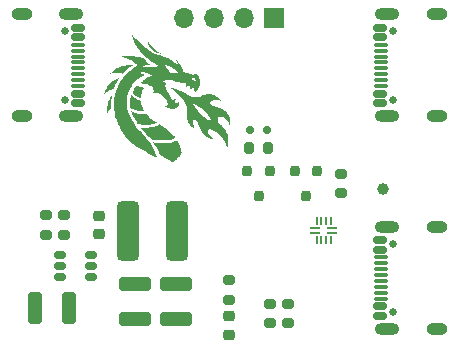
<source format=gbr>
G04 #@! TF.GenerationSoftware,KiCad,Pcbnew,8.0.8*
G04 #@! TF.CreationDate,2025-08-23T08:43:18-04:00*
G04 #@! TF.ProjectId,project-hw-usbc-mux-demux,70726f6a-6563-4742-9d68-772d75736263,rev?*
G04 #@! TF.SameCoordinates,Original*
G04 #@! TF.FileFunction,Soldermask,Top*
G04 #@! TF.FilePolarity,Negative*
%FSLAX46Y46*%
G04 Gerber Fmt 4.6, Leading zero omitted, Abs format (unit mm)*
G04 Created by KiCad (PCBNEW 8.0.8) date 2025-08-23 08:43:18*
%MOMM*%
%LPD*%
G01*
G04 APERTURE LIST*
G04 Aperture macros list*
%AMRoundRect*
0 Rectangle with rounded corners*
0 $1 Rounding radius*
0 $2 $3 $4 $5 $6 $7 $8 $9 X,Y pos of 4 corners*
0 Add a 4 corners polygon primitive as box body*
4,1,4,$2,$3,$4,$5,$6,$7,$8,$9,$2,$3,0*
0 Add four circle primitives for the rounded corners*
1,1,$1+$1,$2,$3*
1,1,$1+$1,$4,$5*
1,1,$1+$1,$6,$7*
1,1,$1+$1,$8,$9*
0 Add four rect primitives between the rounded corners*
20,1,$1+$1,$2,$3,$4,$5,0*
20,1,$1+$1,$4,$5,$6,$7,0*
20,1,$1+$1,$6,$7,$8,$9,0*
20,1,$1+$1,$8,$9,$2,$3,0*%
G04 Aperture macros list end*
%ADD10C,0.000000*%
%ADD11C,0.650000*%
%ADD12RoundRect,0.150000X0.415000X-0.150000X0.415000X0.150000X-0.415000X0.150000X-0.415000X-0.150000X0*%
%ADD13RoundRect,0.075000X0.500000X-0.075000X0.500000X0.075000X-0.500000X0.075000X-0.500000X-0.075000X0*%
%ADD14O,2.100000X1.000000*%
%ADD15O,1.800000X1.000000*%
%ADD16RoundRect,0.150000X-0.415000X0.150000X-0.415000X-0.150000X0.415000X-0.150000X0.415000X0.150000X0*%
%ADD17RoundRect,0.075000X-0.500000X0.075000X-0.500000X-0.075000X0.500000X-0.075000X0.500000X0.075000X0*%
%ADD18C,1.000000*%
%ADD19R,1.700000X1.700000*%
%ADD20O,1.700000X1.700000*%
%ADD21RoundRect,0.050000X0.375000X0.050000X-0.375000X0.050000X-0.375000X-0.050000X0.375000X-0.050000X0*%
%ADD22RoundRect,0.050000X0.050000X0.275000X-0.050000X0.275000X-0.050000X-0.275000X0.050000X-0.275000X0*%
%ADD23RoundRect,0.150000X-0.375000X-0.150000X0.375000X-0.150000X0.375000X0.150000X-0.375000X0.150000X0*%
%ADD24RoundRect,0.200000X-0.275000X0.200000X-0.275000X-0.200000X0.275000X-0.200000X0.275000X0.200000X0*%
%ADD25RoundRect,0.200000X-0.200000X-0.275000X0.200000X-0.275000X0.200000X0.275000X-0.200000X0.275000X0*%
%ADD26RoundRect,0.200000X0.275000X-0.200000X0.275000X0.200000X-0.275000X0.200000X-0.275000X-0.200000X0*%
%ADD27RoundRect,0.200000X-0.200000X0.250000X-0.200000X-0.250000X0.200000X-0.250000X0.200000X0.250000X0*%
%ADD28RoundRect,0.475000X-0.475000X-2.075000X0.475000X-2.075000X0.475000X2.075000X-0.475000X2.075000X0*%
%ADD29RoundRect,0.150000X0.150000X0.200000X-0.150000X0.200000X-0.150000X-0.200000X0.150000X-0.200000X0*%
%ADD30RoundRect,0.218750X0.256250X-0.218750X0.256250X0.218750X-0.256250X0.218750X-0.256250X-0.218750X0*%
%ADD31RoundRect,0.250000X-1.100000X0.325000X-1.100000X-0.325000X1.100000X-0.325000X1.100000X0.325000X0*%
%ADD32RoundRect,0.250000X-0.325000X-1.100000X0.325000X-1.100000X0.325000X1.100000X-0.325000X1.100000X0*%
%ADD33RoundRect,0.225000X0.250000X-0.225000X0.250000X0.225000X-0.250000X0.225000X-0.250000X-0.225000X0*%
G04 APERTURE END LIST*
D10*
G36*
X45622182Y-32373958D02*
G01*
X45648537Y-32421176D01*
X45683400Y-32489306D01*
X45723022Y-32570500D01*
X45763651Y-32656913D01*
X45801538Y-32740697D01*
X45832933Y-32814007D01*
X45835505Y-32820297D01*
X45849110Y-32858871D01*
X45867512Y-32918073D01*
X45888977Y-32991500D01*
X45911769Y-33072754D01*
X45934152Y-33155434D01*
X45954390Y-33233140D01*
X45970749Y-33299471D01*
X45981491Y-33348027D01*
X45984923Y-33371295D01*
X45975364Y-33394292D01*
X45948860Y-33436801D01*
X45908669Y-33494482D01*
X45858052Y-33562992D01*
X45800267Y-33637988D01*
X45738574Y-33715130D01*
X45676233Y-33790075D01*
X45633584Y-33839323D01*
X45599103Y-33875497D01*
X45550861Y-33922312D01*
X45493505Y-33975674D01*
X45431682Y-34031491D01*
X45370039Y-34085670D01*
X45313224Y-34134117D01*
X45265884Y-34172740D01*
X45232665Y-34197446D01*
X45219016Y-34204447D01*
X45204172Y-34196207D01*
X45167042Y-34173384D01*
X45111538Y-34138449D01*
X45041575Y-34093872D01*
X44961065Y-34042123D01*
X44928194Y-34020881D01*
X44824512Y-33954937D01*
X44710563Y-33884404D01*
X44595663Y-33814923D01*
X44489128Y-33752134D01*
X44408692Y-33706337D01*
X44329533Y-33661655D01*
X44258972Y-33620503D01*
X44202015Y-33585903D01*
X44163663Y-33560879D01*
X44149953Y-33550029D01*
X44136282Y-33527725D01*
X44112863Y-33482176D01*
X44082346Y-33418835D01*
X44047383Y-33343156D01*
X44023953Y-33290888D01*
X43950351Y-33129534D01*
X43881685Y-32990040D01*
X43813658Y-32864400D01*
X43741974Y-32744604D01*
X43677449Y-32645116D01*
X43638094Y-32585947D01*
X43606070Y-32537210D01*
X43584831Y-32504204D01*
X43577785Y-32492273D01*
X43591411Y-32493816D01*
X43626528Y-32501781D01*
X43659847Y-32510313D01*
X43763403Y-32531815D01*
X43894665Y-32548513D01*
X44054414Y-32560462D01*
X44243430Y-32567719D01*
X44462492Y-32570340D01*
X44492185Y-32570344D01*
X44621781Y-32569920D01*
X44725234Y-32568752D01*
X44807661Y-32566534D01*
X44874177Y-32562961D01*
X44929897Y-32557729D01*
X44979938Y-32550533D01*
X45029416Y-32541067D01*
X45047077Y-32537265D01*
X45179751Y-32504245D01*
X45289763Y-32467522D01*
X45385712Y-32423725D01*
X45476196Y-32369485D01*
X45477600Y-32368545D01*
X45577834Y-32301331D01*
X45622182Y-32373958D01*
G37*
G36*
X41743978Y-23372604D02*
G01*
X41774166Y-23402186D01*
X41821396Y-23448880D01*
X41883142Y-23510180D01*
X41956881Y-23583583D01*
X42040089Y-23666582D01*
X42112400Y-23738830D01*
X42263677Y-23887774D01*
X42417818Y-24035209D01*
X42571701Y-24178384D01*
X42722207Y-24314550D01*
X42866215Y-24440957D01*
X43000604Y-24554855D01*
X43122254Y-24653496D01*
X43228045Y-24734128D01*
X43295728Y-24781546D01*
X43536375Y-24925210D01*
X43796963Y-25049243D01*
X44079532Y-25154499D01*
X44386122Y-25241830D01*
X44413210Y-25248418D01*
X44586425Y-25293477D01*
X44735218Y-25340383D01*
X44866412Y-25391967D01*
X44986830Y-25451062D01*
X45103296Y-25520499D01*
X45159604Y-25558198D01*
X45228205Y-25610047D01*
X45309556Y-25678429D01*
X45395926Y-25756256D01*
X45479584Y-25836442D01*
X45552802Y-25911899D01*
X45586339Y-25949422D01*
X45627675Y-25996556D01*
X45660838Y-26032373D01*
X45681110Y-26051880D01*
X45685013Y-26053901D01*
X45685907Y-26035447D01*
X45680265Y-25994810D01*
X45669762Y-25939966D01*
X45656073Y-25878895D01*
X45640875Y-25819577D01*
X45625842Y-25769990D01*
X45624705Y-25766704D01*
X45599840Y-25707751D01*
X45569477Y-25651637D01*
X45554107Y-25628909D01*
X45526622Y-25588496D01*
X45519470Y-25567429D01*
X45529782Y-25564106D01*
X45554688Y-25576923D01*
X45591316Y-25604278D01*
X45636797Y-25644569D01*
X45688261Y-25696194D01*
X45702926Y-25711995D01*
X45817401Y-25854525D01*
X45923319Y-26020358D01*
X46016246Y-26201810D01*
X46086850Y-26377072D01*
X46110313Y-26437164D01*
X46134435Y-26487917D01*
X46154716Y-26520084D01*
X46158177Y-26523714D01*
X46184461Y-26539002D01*
X46235122Y-26561401D01*
X46304615Y-26588964D01*
X46387397Y-26619745D01*
X46477924Y-26651794D01*
X46570653Y-26683167D01*
X46660039Y-26711916D01*
X46740538Y-26736094D01*
X46806607Y-26753753D01*
X46825501Y-26758078D01*
X46946216Y-26783960D01*
X47077932Y-26733102D01*
X47209649Y-26682243D01*
X47238776Y-26719614D01*
X47265346Y-26752833D01*
X47302105Y-26797762D01*
X47326630Y-26827323D01*
X47410063Y-26933900D01*
X47470955Y-27029032D01*
X47512149Y-27119514D01*
X47536491Y-27212146D01*
X47546826Y-27313724D01*
X47547671Y-27355521D01*
X47540314Y-27485842D01*
X47519018Y-27618164D01*
X47485911Y-27744711D01*
X47443120Y-27857705D01*
X47392774Y-27949367D01*
X47380563Y-27966332D01*
X47352008Y-28001544D01*
X47311664Y-28048427D01*
X47264400Y-28101659D01*
X47215088Y-28155920D01*
X47168597Y-28205887D01*
X47129798Y-28246239D01*
X47103561Y-28271655D01*
X47095681Y-28277601D01*
X47088747Y-28265530D01*
X47081348Y-28229570D01*
X47074921Y-28177035D01*
X47074066Y-28167433D01*
X47065707Y-28102182D01*
X47052062Y-28030897D01*
X47035130Y-27961066D01*
X47016912Y-27900173D01*
X46999407Y-27855704D01*
X46985428Y-27835592D01*
X46967769Y-27840947D01*
X46932795Y-27862894D01*
X46886649Y-27897364D01*
X46862537Y-27916993D01*
X46807588Y-27961543D01*
X46755670Y-28001286D01*
X46715610Y-28029536D01*
X46706331Y-28035294D01*
X46658368Y-28063141D01*
X46690813Y-27989794D01*
X46719902Y-27888095D01*
X46718274Y-27783097D01*
X46689436Y-27681979D01*
X46669511Y-27635468D01*
X46653743Y-27603337D01*
X46646401Y-27593231D01*
X46632831Y-27603577D01*
X46603847Y-27630753D01*
X46565614Y-27668971D01*
X46564025Y-27670602D01*
X46522918Y-27709269D01*
X46474491Y-27749638D01*
X46425023Y-27787155D01*
X46380792Y-27817267D01*
X46348076Y-27835420D01*
X46333629Y-27837731D01*
X46335704Y-27821492D01*
X46347334Y-27787527D01*
X46352041Y-27775887D01*
X46372837Y-27700021D01*
X46374073Y-27625820D01*
X46356233Y-27562689D01*
X46339785Y-27537599D01*
X46320324Y-27518045D01*
X46297316Y-27504691D01*
X46263585Y-27495459D01*
X46211950Y-27488272D01*
X46148309Y-27482191D01*
X46014524Y-27469527D01*
X45904636Y-27456677D01*
X45811303Y-27442312D01*
X45727181Y-27425106D01*
X45644927Y-27403730D01*
X45557197Y-27376857D01*
X45546397Y-27373345D01*
X45354037Y-27313981D01*
X45186050Y-27269738D01*
X45039797Y-27240004D01*
X44912635Y-27224165D01*
X44898585Y-27223173D01*
X44774620Y-27221374D01*
X44666104Y-27235137D01*
X44560108Y-27266909D01*
X44476554Y-27303041D01*
X44367139Y-27355169D01*
X44431072Y-27366383D01*
X44481762Y-27380134D01*
X44535895Y-27402304D01*
X44585880Y-27428705D01*
X44624124Y-27455147D01*
X44643038Y-27477442D01*
X44643646Y-27483673D01*
X44620814Y-27605280D01*
X44611538Y-27715715D01*
X44617119Y-27820031D01*
X44638855Y-27923283D01*
X44678045Y-28030522D01*
X44735987Y-28146803D01*
X44813980Y-28277179D01*
X44869366Y-28361920D01*
X44923616Y-28444425D01*
X44981168Y-28534321D01*
X45034766Y-28620149D01*
X45073404Y-28684074D01*
X45112369Y-28748408D01*
X45149280Y-28806305D01*
X45179126Y-28850057D01*
X45192925Y-28867906D01*
X45217541Y-28891904D01*
X45241739Y-28898972D01*
X45279136Y-28892144D01*
X45289354Y-28889390D01*
X45343211Y-28870154D01*
X45401660Y-28842992D01*
X45418015Y-28834025D01*
X45484152Y-28795826D01*
X45474124Y-28847113D01*
X45463963Y-28888139D01*
X45447055Y-28945958D01*
X45427525Y-29006646D01*
X45406097Y-29071897D01*
X45395217Y-29114154D01*
X45395014Y-29139899D01*
X45405617Y-29155611D01*
X45427156Y-29167771D01*
X45430767Y-29169430D01*
X45509783Y-29189225D01*
X45590982Y-29178620D01*
X45672244Y-29138180D01*
X45731093Y-29089456D01*
X45797694Y-29024419D01*
X45788587Y-29102087D01*
X45772147Y-29215404D01*
X45751799Y-29303500D01*
X45725999Y-29372326D01*
X45711385Y-29399994D01*
X45639515Y-29492176D01*
X45543002Y-29567318D01*
X45424382Y-29623827D01*
X45301764Y-29657257D01*
X45192108Y-29666424D01*
X45067820Y-29656949D01*
X44937848Y-29630716D01*
X44811137Y-29589611D01*
X44696636Y-29535517D01*
X44681385Y-29526591D01*
X44596333Y-29475356D01*
X44673292Y-29448023D01*
X44735675Y-29419456D01*
X44774071Y-29383087D01*
X44792347Y-29332288D01*
X44794369Y-29260434D01*
X44793140Y-29242654D01*
X44770351Y-29128201D01*
X44721266Y-29006307D01*
X44648499Y-28881422D01*
X44554667Y-28757997D01*
X44442384Y-28640483D01*
X44435709Y-28634266D01*
X44291614Y-28521648D01*
X44132373Y-28436095D01*
X43959364Y-28378131D01*
X43773961Y-28348282D01*
X43675076Y-28344053D01*
X43561351Y-28343508D01*
X43588116Y-28292708D01*
X43609080Y-28228084D01*
X43616784Y-28147369D01*
X43611511Y-28062649D01*
X43593543Y-27986009D01*
X43580238Y-27955158D01*
X43517298Y-27861603D01*
X43433012Y-27780333D01*
X43325852Y-27710637D01*
X43194286Y-27651800D01*
X43036787Y-27603108D01*
X42851824Y-27563849D01*
X42689059Y-27539514D01*
X42618097Y-27529964D01*
X42559299Y-27521067D01*
X42519150Y-27513870D01*
X42504280Y-27509674D01*
X42508621Y-27493495D01*
X42531566Y-27461118D01*
X42568599Y-27417386D01*
X42615202Y-27367142D01*
X42666860Y-27315231D01*
X42719057Y-27266495D01*
X42767275Y-27225778D01*
X42773489Y-27220965D01*
X42883130Y-27142810D01*
X42917499Y-27121135D01*
X46813413Y-27121135D01*
X46826581Y-27132947D01*
X46860009Y-27150644D01*
X46882918Y-27160681D01*
X46948547Y-27196012D01*
X47014634Y-27245435D01*
X47072411Y-27301170D01*
X47113106Y-27355435D01*
X47121623Y-27372476D01*
X47140364Y-27405120D01*
X47155756Y-27407952D01*
X47166727Y-27382337D01*
X47172205Y-27329643D01*
X47172623Y-27307468D01*
X47162628Y-27215978D01*
X47132769Y-27146375D01*
X47084214Y-27100159D01*
X47018131Y-27078828D01*
X46993538Y-27077503D01*
X46943640Y-27080950D01*
X46891737Y-27089678D01*
X46847027Y-27101459D01*
X46818709Y-27114065D01*
X46813413Y-27121135D01*
X42917499Y-27121135D01*
X43001636Y-27068073D01*
X43120947Y-27001282D01*
X43233001Y-26946968D01*
X43324689Y-26911277D01*
X43386747Y-26890491D01*
X43423175Y-26875967D01*
X43438283Y-26864984D01*
X43436383Y-26854820D01*
X43427109Y-26846635D01*
X43367590Y-26809565D01*
X43283252Y-26767758D01*
X43179781Y-26723313D01*
X43062862Y-26678330D01*
X42938181Y-26634907D01*
X42811424Y-26595144D01*
X42688276Y-26561140D01*
X42594055Y-26539044D01*
X42525493Y-26525069D01*
X42469788Y-26514754D01*
X42433009Y-26509152D01*
X42421108Y-26509039D01*
X42433182Y-26525834D01*
X42465887Y-26556101D01*
X42513945Y-26595819D01*
X42572079Y-26640967D01*
X42635013Y-26687521D01*
X42697469Y-26731460D01*
X42754171Y-26768761D01*
X42789481Y-26789815D01*
X42848461Y-26822644D01*
X42669954Y-26909201D01*
X42512065Y-26991322D01*
X42375370Y-27075717D01*
X42250142Y-27169244D01*
X42126652Y-27278763D01*
X42076644Y-27327508D01*
X41902802Y-27521571D01*
X41749017Y-27735783D01*
X41616815Y-27966295D01*
X41507726Y-28209258D01*
X41423277Y-28460824D01*
X41364996Y-28717145D01*
X41334413Y-28974371D01*
X41331820Y-29203200D01*
X41343967Y-29379037D01*
X41364934Y-29558700D01*
X41393067Y-29730098D01*
X41422427Y-29864459D01*
X41459492Y-29986196D01*
X41512898Y-30126004D01*
X41579401Y-30277591D01*
X41655755Y-30434665D01*
X41738715Y-30590932D01*
X41825037Y-30740100D01*
X41911475Y-30875875D01*
X41994783Y-30991965D01*
X42020462Y-31024185D01*
X42081174Y-31097004D01*
X42156577Y-31185843D01*
X42240441Y-31283494D01*
X42326536Y-31382749D01*
X42408631Y-31476400D01*
X42480495Y-31557238D01*
X42498246Y-31576939D01*
X42629063Y-31722196D01*
X42741300Y-31848430D01*
X42837918Y-31959277D01*
X42921876Y-32058373D01*
X42996135Y-32149351D01*
X43063653Y-32235847D01*
X43127390Y-32321497D01*
X43190306Y-32409936D01*
X43255361Y-32504799D01*
X43263544Y-32516923D01*
X43366576Y-32671624D01*
X43452896Y-32805490D01*
X43524834Y-32922483D01*
X43584720Y-33026562D01*
X43634883Y-33121688D01*
X43677654Y-33211819D01*
X43693035Y-33246942D01*
X43718499Y-33308498D01*
X43747483Y-33381878D01*
X43778031Y-33461713D01*
X43808183Y-33542634D01*
X43835982Y-33619270D01*
X43859469Y-33686251D01*
X43876685Y-33738208D01*
X43885673Y-33769770D01*
X43886248Y-33776748D01*
X43870776Y-33772915D01*
X43833087Y-33758444D01*
X43779344Y-33735808D01*
X43733046Y-33715335D01*
X43580577Y-33644044D01*
X43410715Y-33560057D01*
X43229248Y-33466552D01*
X43041966Y-33366711D01*
X42854655Y-33263714D01*
X42673106Y-33160741D01*
X42503106Y-33060973D01*
X42350444Y-32967591D01*
X42226920Y-32887804D01*
X42051526Y-32766800D01*
X41894287Y-32649707D01*
X41750672Y-32532122D01*
X41616146Y-32409645D01*
X41486179Y-32277873D01*
X41356235Y-32132405D01*
X41221784Y-31968840D01*
X41078291Y-31782775D01*
X41049806Y-31744750D01*
X40878598Y-31493140D01*
X40723242Y-31220241D01*
X40586281Y-30932115D01*
X40470258Y-30634823D01*
X40377715Y-30334428D01*
X40311197Y-30036992D01*
X40296765Y-29949701D01*
X40269632Y-29753759D01*
X40251481Y-29581457D01*
X40241950Y-29426602D01*
X40240678Y-29283000D01*
X40247303Y-29144459D01*
X40248732Y-29126420D01*
X40266555Y-28952564D01*
X40291423Y-28770803D01*
X40322031Y-28587814D01*
X40357076Y-28410275D01*
X40395254Y-28244863D01*
X40435261Y-28098257D01*
X40470314Y-27991816D01*
X40506793Y-27900532D01*
X40554831Y-27792435D01*
X40610601Y-27675148D01*
X40670275Y-27556290D01*
X40730023Y-27443485D01*
X40786017Y-27344351D01*
X40834430Y-27266512D01*
X40835327Y-27265177D01*
X40992432Y-27052318D01*
X41174862Y-26840928D01*
X41376927Y-26636398D01*
X41592940Y-26444124D01*
X41817210Y-26269497D01*
X42044048Y-26117910D01*
X42048348Y-26115287D01*
X42113460Y-26075325D01*
X42156219Y-26047139D01*
X42180979Y-26026256D01*
X42192095Y-26008204D01*
X42193919Y-25988509D01*
X42191560Y-25968168D01*
X42170454Y-25915991D01*
X42122452Y-25856567D01*
X42050585Y-25791688D01*
X41957885Y-25723142D01*
X41847383Y-25652721D01*
X41722109Y-25582214D01*
X41585096Y-25513413D01*
X41439374Y-25448106D01*
X41287974Y-25388084D01*
X41133928Y-25335138D01*
X41103973Y-25325831D01*
X41015272Y-25298751D01*
X40954447Y-25279198D01*
X40919599Y-25265175D01*
X40908828Y-25254685D01*
X40920235Y-25245732D01*
X40951920Y-25236319D01*
X41001983Y-25224448D01*
X41006523Y-25223380D01*
X41052409Y-25213644D01*
X41099891Y-25206306D01*
X41154118Y-25201076D01*
X41220241Y-25197666D01*
X41303409Y-25195788D01*
X41408773Y-25195151D01*
X41506708Y-25195319D01*
X41881847Y-25196731D01*
X42314786Y-25284210D01*
X42428199Y-25307461D01*
X42532514Y-25329484D01*
X42623526Y-25349340D01*
X42697026Y-25366091D01*
X42748808Y-25378797D01*
X42774666Y-25386521D01*
X42775893Y-25387104D01*
X42809534Y-25412697D01*
X42855731Y-25457521D01*
X42908767Y-25515444D01*
X42962928Y-25580328D01*
X42996343Y-25623754D01*
X43077266Y-25727232D01*
X43149969Y-25807398D01*
X43219156Y-25869406D01*
X43224051Y-25873247D01*
X43250655Y-25894139D01*
X43265396Y-25909321D01*
X43264983Y-25920910D01*
X43246127Y-25931024D01*
X43205537Y-25941780D01*
X43139923Y-25955294D01*
X43077600Y-25967478D01*
X42999577Y-25984643D01*
X42903284Y-26008683D01*
X42800117Y-26036610D01*
X42701471Y-26065436D01*
X42686831Y-26069944D01*
X42602462Y-26096365D01*
X42545689Y-26114916D01*
X42514161Y-26126688D01*
X42505526Y-26132776D01*
X42517433Y-26134273D01*
X42547528Y-26132271D01*
X42553970Y-26131690D01*
X42595134Y-26128995D01*
X42663240Y-26125815D01*
X42753975Y-26122271D01*
X42863026Y-26118481D01*
X42986079Y-26114566D01*
X43118819Y-26110644D01*
X43256935Y-26106837D01*
X43396113Y-26103262D01*
X43532039Y-26100040D01*
X43660399Y-26097291D01*
X43776880Y-26095134D01*
X43877169Y-26093688D01*
X43945108Y-26093114D01*
X44163939Y-26092151D01*
X44036886Y-26040617D01*
X43916619Y-25985010D01*
X43820439Y-25932296D01*
X44500000Y-25932296D01*
X44509909Y-25948885D01*
X44536786Y-25983169D01*
X44576356Y-26029908D01*
X44617520Y-26076337D01*
X44676473Y-26144909D01*
X44737226Y-26221123D01*
X44790465Y-26293078D01*
X44812409Y-26325353D01*
X44881127Y-26430359D01*
X44936791Y-26511872D01*
X44983203Y-26572730D01*
X45024164Y-26615770D01*
X45063475Y-26643826D01*
X45104937Y-26659738D01*
X45152352Y-26666340D01*
X45209521Y-26666469D01*
X45265908Y-26663759D01*
X45346184Y-26660227D01*
X45443252Y-26657303D01*
X45542647Y-26655371D01*
X45601970Y-26654829D01*
X45789539Y-26654112D01*
X45670101Y-26540238D01*
X45583958Y-26464954D01*
X45477044Y-26382226D01*
X45357096Y-26297434D01*
X45231854Y-26215960D01*
X45109055Y-26143184D01*
X45062708Y-26117902D01*
X44995102Y-26084778D01*
X44917288Y-26051019D01*
X44834186Y-26018249D01*
X44750716Y-25988091D01*
X44671800Y-25962168D01*
X44602359Y-25942103D01*
X44547313Y-25929519D01*
X44511582Y-25926039D01*
X44500000Y-25932296D01*
X43820439Y-25932296D01*
X43780233Y-25910260D01*
X43632958Y-25820060D01*
X43480025Y-25718104D01*
X43326664Y-25608083D01*
X43178106Y-25493693D01*
X43039582Y-25378624D01*
X42916322Y-25266570D01*
X42856839Y-25207469D01*
X42755517Y-25100640D01*
X42651039Y-24986392D01*
X42547335Y-24869332D01*
X42448337Y-24754069D01*
X42357975Y-24645210D01*
X42280181Y-24547364D01*
X42218886Y-24465137D01*
X42199180Y-24436625D01*
X42063957Y-24210911D01*
X41943382Y-23959363D01*
X41836947Y-23680901D01*
X41820283Y-23630995D01*
X41792396Y-23545653D01*
X41768218Y-23471382D01*
X41749296Y-23412950D01*
X41737174Y-23375127D01*
X41733354Y-23362639D01*
X41743978Y-23372604D01*
G37*
G36*
X45116207Y-27879662D02*
G01*
X45165170Y-27893587D01*
X45231677Y-27914395D01*
X45309834Y-27940124D01*
X45393747Y-27968813D01*
X45477522Y-27998498D01*
X45555263Y-28027216D01*
X45594154Y-28042219D01*
X45718488Y-28093295D01*
X45839437Y-28147819D01*
X45964033Y-28209279D01*
X46099304Y-28281162D01*
X46252282Y-28366954D01*
X46274093Y-28379458D01*
X46392353Y-28446377D01*
X46490566Y-28499215D01*
X46574981Y-28540796D01*
X46651847Y-28573944D01*
X46727413Y-28601482D01*
X46807928Y-28626233D01*
X46840166Y-28635235D01*
X46912362Y-28653606D01*
X46976057Y-28665845D01*
X47041517Y-28673152D01*
X47119012Y-28676725D01*
X47204123Y-28677728D01*
X47269330Y-28677939D01*
X47322441Y-28677300D01*
X47368312Y-28674607D01*
X47411800Y-28668658D01*
X47457762Y-28658250D01*
X47511054Y-28642178D01*
X47576532Y-28619239D01*
X47659053Y-28588231D01*
X47763474Y-28547949D01*
X47826620Y-28523488D01*
X47937347Y-28483781D01*
X48033525Y-28457797D01*
X48126947Y-28443624D01*
X48229405Y-28439348D01*
X48329539Y-28441936D01*
X48466384Y-28454612D01*
X48594883Y-28481352D01*
X48724606Y-28524844D01*
X48865119Y-28587776D01*
X48886218Y-28598302D01*
X48954755Y-28636769D01*
X49029692Y-28685328D01*
X49106507Y-28740276D01*
X49180673Y-28797913D01*
X49247667Y-28854537D01*
X49302962Y-28906447D01*
X49342035Y-28949941D01*
X49360360Y-28981318D01*
X49361170Y-28986823D01*
X49358406Y-29000914D01*
X49345771Y-29003290D01*
X49316752Y-28993104D01*
X49279108Y-28976151D01*
X49184550Y-28939457D01*
X49086711Y-28917376D01*
X48976535Y-28908486D01*
X48860985Y-28910505D01*
X48719480Y-28925420D01*
X48603960Y-28955014D01*
X48512480Y-28999929D01*
X48459953Y-29042566D01*
X48411425Y-29103968D01*
X48393192Y-29162774D01*
X48405318Y-29221849D01*
X48447868Y-29284060D01*
X48465813Y-29303002D01*
X48539178Y-29361394D01*
X48638096Y-29414754D01*
X48764253Y-29463809D01*
X48919335Y-29509289D01*
X48975338Y-29523204D01*
X49153049Y-29570513D01*
X49304643Y-29622031D01*
X49435218Y-29680290D01*
X49549872Y-29747821D01*
X49653706Y-29827157D01*
X49729112Y-29897501D01*
X49838773Y-30019430D01*
X49924310Y-30142781D01*
X49989847Y-30275368D01*
X50039506Y-30425007D01*
X50065051Y-30534271D01*
X50076776Y-30605550D01*
X50085969Y-30688194D01*
X50092397Y-30775502D01*
X50095828Y-30860770D01*
X50096028Y-30937295D01*
X50092765Y-30998377D01*
X50085806Y-31037312D01*
X50082746Y-31044023D01*
X50071273Y-31040992D01*
X50052361Y-31008943D01*
X50026665Y-30949054D01*
X50019445Y-30930363D01*
X49953181Y-30793702D01*
X49864189Y-30667411D01*
X49757070Y-30555539D01*
X49636421Y-30462135D01*
X49506840Y-30391245D01*
X49372927Y-30346920D01*
X49351881Y-30342651D01*
X49247415Y-30332099D01*
X49162489Y-30343539D01*
X49093773Y-30377649D01*
X49067229Y-30400599D01*
X49038054Y-30431743D01*
X49022693Y-30458228D01*
X49017624Y-30491403D01*
X49019326Y-30542616D01*
X49019969Y-30552892D01*
X49030823Y-30623699D01*
X49055725Y-30695714D01*
X49096815Y-30772270D01*
X49156227Y-30856703D01*
X49236100Y-30952347D01*
X49338569Y-31062537D01*
X49362055Y-31086708D01*
X49433080Y-31160843D01*
X49502727Y-31236185D01*
X49565360Y-31306447D01*
X49615341Y-31365343D01*
X49639598Y-31396195D01*
X49708662Y-31500358D01*
X49775852Y-31621632D01*
X49835299Y-31748187D01*
X49881136Y-31868191D01*
X49893123Y-31907323D01*
X49915238Y-32012457D01*
X49929745Y-32138393D01*
X49936290Y-32275525D01*
X49934517Y-32414246D01*
X49924070Y-32544951D01*
X49918263Y-32587262D01*
X49904910Y-32662814D01*
X49888290Y-32741296D01*
X49870015Y-32816715D01*
X49851695Y-32883077D01*
X49834943Y-32934386D01*
X49821370Y-32964650D01*
X49815304Y-32970216D01*
X49808287Y-32955943D01*
X49797673Y-32917637D01*
X49785213Y-32862064D01*
X49778332Y-32827252D01*
X49747795Y-32699996D01*
X49704103Y-32577549D01*
X49644719Y-32455228D01*
X49567105Y-32328351D01*
X49468723Y-32192237D01*
X49363136Y-32061316D01*
X49216519Y-31902610D01*
X49058497Y-31764359D01*
X48883080Y-31642000D01*
X48684282Y-31530973D01*
X48635205Y-31506841D01*
X48522252Y-31456251D01*
X48431712Y-31424730D01*
X48361152Y-31412369D01*
X48308142Y-31419261D01*
X48270248Y-31445501D01*
X48245039Y-31491180D01*
X48236262Y-31522089D01*
X48231770Y-31607565D01*
X48251967Y-31703397D01*
X48294101Y-31804963D01*
X48355418Y-31907647D01*
X48433166Y-32006828D01*
X48524592Y-32097888D01*
X48625579Y-32175307D01*
X48678632Y-32210869D01*
X48719741Y-32239330D01*
X48743422Y-32256844D01*
X48746992Y-32260491D01*
X48731124Y-32259934D01*
X48692945Y-32255767D01*
X48646321Y-32249654D01*
X48486421Y-32214011D01*
X48320081Y-32151936D01*
X48152641Y-32065955D01*
X47989443Y-31958591D01*
X47924273Y-31908393D01*
X47844482Y-31831184D01*
X47761998Y-31727531D01*
X47679399Y-31601802D01*
X47599268Y-31458367D01*
X47524183Y-31301594D01*
X47456726Y-31135852D01*
X47438950Y-31086708D01*
X47383383Y-30936634D01*
X47331672Y-30815238D01*
X47282235Y-30720413D01*
X47233486Y-30650054D01*
X47183843Y-30602053D01*
X47131721Y-30574305D01*
X47075537Y-30564703D01*
X47047307Y-30565856D01*
X46993787Y-30584911D01*
X46955538Y-30627726D01*
X46932406Y-30690871D01*
X46924239Y-30770913D01*
X46930880Y-30864424D01*
X46952176Y-30967972D01*
X46987974Y-31078126D01*
X47038118Y-31191456D01*
X47078758Y-31265921D01*
X47103956Y-31309994D01*
X47121084Y-31342514D01*
X47125970Y-31354604D01*
X47113998Y-31353032D01*
X47081656Y-31336901D01*
X47034307Y-31309403D01*
X46977311Y-31273733D01*
X46916029Y-31233085D01*
X46880385Y-31208309D01*
X46765970Y-31115765D01*
X46671861Y-31012712D01*
X46593946Y-30893376D01*
X46528113Y-30751978D01*
X46498773Y-30672166D01*
X46448111Y-30524000D01*
X46437278Y-30055077D01*
X46433982Y-29919064D01*
X46430820Y-29809769D01*
X46427416Y-29722653D01*
X46423396Y-29653177D01*
X46418388Y-29596802D01*
X46412017Y-29548989D01*
X46403909Y-29505198D01*
X46393691Y-29460890D01*
X46385789Y-29429847D01*
X46339418Y-29286334D01*
X46304752Y-29205415D01*
X46899714Y-29205415D01*
X46906468Y-29219587D01*
X46929869Y-29254896D01*
X46967295Y-29307864D01*
X47016126Y-29375011D01*
X47073741Y-29452856D01*
X47137518Y-29537920D01*
X47204836Y-29626723D01*
X47273075Y-29715785D01*
X47339613Y-29801626D01*
X47401829Y-29880766D01*
X47457103Y-29949726D01*
X47494900Y-29995628D01*
X47660489Y-30176271D01*
X47837953Y-30338322D01*
X48023002Y-30478440D01*
X48211343Y-30593283D01*
X48345170Y-30657841D01*
X48405750Y-30683282D01*
X48443157Y-30697405D01*
X48462710Y-30701763D01*
X48469727Y-30697904D01*
X48470216Y-30694287D01*
X48464297Y-30656633D01*
X48448554Y-30599396D01*
X48426006Y-30531495D01*
X48399672Y-30461848D01*
X48372571Y-30399375D01*
X48365405Y-30384677D01*
X48253544Y-30188251D01*
X48125548Y-30013766D01*
X47977685Y-29857212D01*
X47806224Y-29714579D01*
X47633358Y-29597702D01*
X47581807Y-29566915D01*
X47514419Y-29528298D01*
X47435466Y-29484136D01*
X47349220Y-29436712D01*
X47259952Y-29388310D01*
X47171933Y-29341214D01*
X47089434Y-29297708D01*
X47016728Y-29260075D01*
X46958084Y-29230601D01*
X46917776Y-29211568D01*
X46900073Y-29205262D01*
X46899714Y-29205415D01*
X46304752Y-29205415D01*
X46274999Y-29135963D01*
X46198449Y-28990998D01*
X46115691Y-28863704D01*
X46106627Y-28851525D01*
X46033807Y-28762312D01*
X45941801Y-28662410D01*
X45829371Y-28550657D01*
X45695284Y-28425889D01*
X45538302Y-28286942D01*
X45357190Y-28132652D01*
X45237082Y-28032772D01*
X45164203Y-27971507D01*
X45114686Y-27926957D01*
X45086774Y-27897226D01*
X45078713Y-27880416D01*
X45088748Y-27874630D01*
X45090683Y-27874585D01*
X45116207Y-27879662D01*
G37*
G36*
X44107335Y-30993544D02*
G01*
X44153008Y-31016952D01*
X44215140Y-31052480D01*
X44289118Y-31097275D01*
X44370328Y-31148485D01*
X44454161Y-31203260D01*
X44536002Y-31258747D01*
X44609416Y-31310765D01*
X44864842Y-31510980D01*
X45114796Y-31734973D01*
X45251662Y-31870545D01*
X45325907Y-31947136D01*
X45380000Y-32004887D01*
X45415562Y-32047392D01*
X45434216Y-32078242D01*
X45437584Y-32101029D01*
X45427289Y-32119346D01*
X45404952Y-32136784D01*
X45379105Y-32152756D01*
X45228278Y-32227740D01*
X45054044Y-32284445D01*
X44855266Y-32323224D01*
X44813026Y-32328791D01*
X44747200Y-32334335D01*
X44656625Y-32338424D01*
X44547776Y-32341057D01*
X44427132Y-32342232D01*
X44301170Y-32341948D01*
X44176367Y-32340204D01*
X44059201Y-32336997D01*
X43956150Y-32332326D01*
X43906031Y-32328995D01*
X43793728Y-32318671D01*
X43685938Y-32305687D01*
X43589829Y-32291098D01*
X43512571Y-32275959D01*
X43472296Y-32265199D01*
X43429479Y-32239939D01*
X43374618Y-32187640D01*
X43323975Y-32128856D01*
X43287066Y-32085450D01*
X43232426Y-32023838D01*
X43164002Y-31948341D01*
X43085741Y-31863277D01*
X43001588Y-31772965D01*
X42915492Y-31681726D01*
X42913648Y-31679786D01*
X42808660Y-31568600D01*
X42724378Y-31477635D01*
X42659312Y-31405100D01*
X42611972Y-31349205D01*
X42580867Y-31308158D01*
X42564505Y-31280169D01*
X42561397Y-31263446D01*
X42563699Y-31259338D01*
X42581294Y-31257856D01*
X42622966Y-31259611D01*
X42681742Y-31264207D01*
X42726543Y-31268606D01*
X42853784Y-31276576D01*
X42999642Y-31276698D01*
X43152594Y-31269438D01*
X43301122Y-31255261D01*
X43395710Y-31241570D01*
X43521118Y-31215786D01*
X43647339Y-31181756D01*
X43767590Y-31141889D01*
X43875088Y-31098590D01*
X43963048Y-31054268D01*
X44009693Y-31023672D01*
X44047194Y-30999045D01*
X44077482Y-30985825D01*
X44082732Y-30985108D01*
X44107335Y-30993544D01*
G37*
G36*
X41739367Y-29883271D02*
G01*
X41778537Y-29896301D01*
X41834740Y-29917360D01*
X41902106Y-29944349D01*
X41902247Y-29944407D01*
X42110334Y-30020487D01*
X42313088Y-30075611D01*
X42506637Y-30109093D01*
X42687112Y-30120243D01*
X42836056Y-30110492D01*
X42982467Y-30090391D01*
X43127726Y-30238335D01*
X43221681Y-30329759D01*
X43319148Y-30415271D01*
X43426439Y-30499874D01*
X43549863Y-30588569D01*
X43680408Y-30676323D01*
X43759022Y-30728334D01*
X43813756Y-30766657D01*
X43846991Y-30794565D01*
X43861106Y-30815331D01*
X43858483Y-30832228D01*
X43841501Y-30848527D01*
X43817303Y-30864516D01*
X43746896Y-30900363D01*
X43652289Y-30935969D01*
X43540471Y-30968970D01*
X43437312Y-30993162D01*
X43377110Y-31002313D01*
X43293394Y-31010468D01*
X43193903Y-31017294D01*
X43086377Y-31022456D01*
X42978557Y-31025621D01*
X42878182Y-31026455D01*
X42792992Y-31024624D01*
X42757170Y-31022500D01*
X42661073Y-31013310D01*
X42557846Y-31000770D01*
X42459389Y-30986492D01*
X42377605Y-30972090D01*
X42362956Y-30969049D01*
X42323502Y-30959275D01*
X42294096Y-30946310D01*
X42267881Y-30924443D01*
X42238000Y-30887962D01*
X42197846Y-30831512D01*
X42011477Y-30537915D01*
X41865345Y-30258521D01*
X41824392Y-30168792D01*
X41787950Y-30083451D01*
X41757799Y-30007229D01*
X41735719Y-29944858D01*
X41723490Y-29901072D01*
X41722892Y-29880600D01*
X41723099Y-29880369D01*
X41739367Y-29883271D01*
G37*
G36*
X40075625Y-28569618D02*
G01*
X40079081Y-28587710D01*
X40074425Y-28625526D01*
X40068530Y-28651791D01*
X40051112Y-28734792D01*
X40034676Y-28841756D01*
X40019941Y-28965388D01*
X40007631Y-29098391D01*
X39998466Y-29233467D01*
X39993169Y-29363322D01*
X39992200Y-29423455D01*
X39990523Y-29682787D01*
X39924763Y-29709988D01*
X39846382Y-29758481D01*
X39778704Y-29832517D01*
X39726098Y-29927023D01*
X39716271Y-29951994D01*
X39697722Y-30000651D01*
X39683090Y-30034986D01*
X39675814Y-30047262D01*
X39673845Y-30032521D01*
X39672169Y-29991856D01*
X39670913Y-29930606D01*
X39670204Y-29854108D01*
X39670093Y-29807010D01*
X39680165Y-29557325D01*
X39710940Y-29327799D01*
X39763252Y-29114450D01*
X39837938Y-28913299D01*
X39874011Y-28835877D01*
X39908374Y-28772452D01*
X39947658Y-28709622D01*
X39987893Y-28652629D01*
X40025108Y-28606718D01*
X40055332Y-28577134D01*
X40074594Y-28569120D01*
X40075625Y-28569618D01*
G37*
G36*
X41731158Y-28452167D02*
G01*
X41754048Y-28477217D01*
X41765737Y-28494764D01*
X41818963Y-28574283D01*
X41875454Y-28639487D01*
X41943697Y-28698792D01*
X42032184Y-28760618D01*
X42037009Y-28763744D01*
X42174190Y-28847947D01*
X42294971Y-28912906D01*
X42397013Y-28957407D01*
X42433017Y-28969494D01*
X42476607Y-28985328D01*
X42506936Y-29001411D01*
X42512454Y-29006438D01*
X42520697Y-29029171D01*
X42531021Y-29074137D01*
X42541477Y-29132570D01*
X42543677Y-29146871D01*
X42562162Y-29239931D01*
X42591016Y-29348439D01*
X42627147Y-29463263D01*
X42667465Y-29575270D01*
X42708877Y-29675327D01*
X42748292Y-29754302D01*
X42750722Y-29758508D01*
X42778623Y-29809729D01*
X42797372Y-29851019D01*
X42803643Y-29874855D01*
X42803067Y-29876933D01*
X42782769Y-29884486D01*
X42737965Y-29888169D01*
X42675164Y-29888040D01*
X42600873Y-29884158D01*
X42521601Y-29876580D01*
X42502713Y-29874239D01*
X42381045Y-29854010D01*
X42255998Y-29825271D01*
X42131799Y-29789729D01*
X42012677Y-29749090D01*
X41902862Y-29705062D01*
X41806581Y-29659353D01*
X41728064Y-29613668D01*
X41671539Y-29569716D01*
X41641235Y-29529203D01*
X41639999Y-29525958D01*
X41629575Y-29478679D01*
X41621354Y-29407333D01*
X41615530Y-29319051D01*
X41612303Y-29220962D01*
X41611869Y-29120199D01*
X41614425Y-29023891D01*
X41620169Y-28939169D01*
X41623045Y-28912961D01*
X41635080Y-28825771D01*
X41649551Y-28735765D01*
X41665291Y-28648766D01*
X41681133Y-28570599D01*
X41695911Y-28507087D01*
X41708459Y-28464054D01*
X41716106Y-28448289D01*
X41731158Y-28452167D01*
G37*
G36*
X42201827Y-27680351D02*
G01*
X42204695Y-27682536D01*
X42265729Y-27722239D01*
X42350789Y-27762183D01*
X42452766Y-27799780D01*
X42564552Y-27832439D01*
X42679039Y-27857570D01*
X42690739Y-27859634D01*
X42743310Y-27869660D01*
X42781109Y-27878734D01*
X42796225Y-27884946D01*
X42796247Y-27885096D01*
X42788115Y-27900970D01*
X42767200Y-27934019D01*
X42748265Y-27962138D01*
X42703967Y-28037785D01*
X42659042Y-28134365D01*
X42617743Y-28241931D01*
X42588180Y-28336331D01*
X42576525Y-28384925D01*
X42562867Y-28451728D01*
X42548651Y-28528352D01*
X42535320Y-28606410D01*
X42524317Y-28677512D01*
X42517086Y-28733270D01*
X42514985Y-28761631D01*
X42513011Y-28774396D01*
X42502978Y-28778500D01*
X42478483Y-28773275D01*
X42433122Y-28758050D01*
X42413293Y-28751007D01*
X42249876Y-28682133D01*
X42106839Y-28600068D01*
X41988050Y-28507250D01*
X41928271Y-28445368D01*
X41887799Y-28394871D01*
X41865375Y-28356659D01*
X41856402Y-28321465D01*
X41855548Y-28298792D01*
X41865370Y-28232496D01*
X41891091Y-28148598D01*
X41929372Y-28054139D01*
X41976878Y-27956160D01*
X42030271Y-27861702D01*
X42086215Y-27777806D01*
X42125983Y-27728141D01*
X42161103Y-27691500D01*
X42184321Y-27676765D01*
X42201827Y-27680351D01*
G37*
G36*
X40725368Y-27041599D02*
G01*
X40693465Y-27086713D01*
X40662924Y-27124308D01*
X40614444Y-27187355D01*
X40557968Y-27275262D01*
X40495982Y-27383436D01*
X40430972Y-27507287D01*
X40365425Y-27642223D01*
X40301826Y-27783650D01*
X40286356Y-27819877D01*
X40251193Y-27901936D01*
X40224306Y-27959412D01*
X40202200Y-27996684D01*
X40181379Y-28018130D01*
X40158350Y-28028128D01*
X40129618Y-28031057D01*
X40117680Y-28031222D01*
X40036013Y-28042223D01*
X39939136Y-28072272D01*
X39833666Y-28118036D01*
X39726220Y-28176184D01*
X39623415Y-28243386D01*
X39531868Y-28316308D01*
X39508501Y-28337925D01*
X39463270Y-28379738D01*
X39435723Y-28400493D01*
X39422513Y-28402262D01*
X39420000Y-28392699D01*
X39427960Y-28336918D01*
X39450016Y-28261014D01*
X39483432Y-28171210D01*
X39525475Y-28073727D01*
X39573408Y-27974787D01*
X39624498Y-27880611D01*
X39676009Y-27797421D01*
X39691550Y-27774956D01*
X39784232Y-27660941D01*
X39900819Y-27542579D01*
X40035264Y-27424474D01*
X40181519Y-27311230D01*
X40333535Y-27207450D01*
X40485267Y-27117739D01*
X40630665Y-27046700D01*
X40668776Y-27031034D01*
X40753060Y-26997966D01*
X40725368Y-27041599D01*
G37*
G36*
X41709908Y-25968359D02*
G01*
X41850585Y-25968902D01*
X41795877Y-26016001D01*
X41761160Y-26043548D01*
X41707902Y-26083034D01*
X41643557Y-26129034D01*
X41580224Y-26172957D01*
X41457932Y-26259079D01*
X41352069Y-26340281D01*
X41251910Y-26425371D01*
X41146730Y-26523157D01*
X41107786Y-26560994D01*
X41055907Y-26610764D01*
X41011660Y-26651216D01*
X40979998Y-26677949D01*
X40966273Y-26686647D01*
X40945277Y-26681300D01*
X40905608Y-26667566D01*
X40874027Y-26655529D01*
X40773663Y-26626578D01*
X40651378Y-26608664D01*
X40514742Y-26602463D01*
X40371329Y-26608652D01*
X40360287Y-26609655D01*
X40266365Y-26620291D01*
X40175776Y-26633733D01*
X40094771Y-26648761D01*
X40029599Y-26664156D01*
X39986511Y-26678698D01*
X39975976Y-26684650D01*
X39947339Y-26700752D01*
X39930466Y-26707729D01*
X39927515Y-26701886D01*
X39943081Y-26677768D01*
X39974081Y-26639699D01*
X39998347Y-26612463D01*
X40153628Y-26465896D01*
X40331877Y-26339822D01*
X40531767Y-26235059D01*
X40734374Y-26157968D01*
X40956295Y-26092130D01*
X41168021Y-26039462D01*
X41365501Y-26000752D01*
X41544685Y-25976787D01*
X41701520Y-25968354D01*
X41709908Y-25968359D01*
G37*
G36*
X43249362Y-24123474D02*
G01*
X43419174Y-24321835D01*
X43608357Y-24513059D01*
X43809919Y-24690858D01*
X44016867Y-24848947D01*
X44165884Y-24947409D01*
X44217459Y-24980323D01*
X44243874Y-25000664D01*
X44247493Y-25010689D01*
X44234277Y-25012782D01*
X44189969Y-25006626D01*
X44163939Y-24998479D01*
X44138149Y-24988226D01*
X44089455Y-24969660D01*
X44024311Y-24945216D01*
X43949170Y-24917327D01*
X43930960Y-24910611D01*
X43739212Y-24830787D01*
X43576936Y-24743241D01*
X43443151Y-24647299D01*
X43336874Y-24542290D01*
X43279655Y-24465112D01*
X43237599Y-24387465D01*
X43197006Y-24291239D01*
X43162378Y-24188967D01*
X43138219Y-24093183D01*
X43131655Y-24053136D01*
X43119983Y-23959625D01*
X43249362Y-24123474D01*
G37*
D11*
X63895000Y-46890000D03*
X63895000Y-41110000D03*
D12*
X62810000Y-47200000D03*
X62810000Y-46400000D03*
D13*
X62820000Y-45250000D03*
X62820000Y-44250000D03*
X62820000Y-43750000D03*
X62820000Y-42750000D03*
D12*
X62810000Y-41600000D03*
X62810000Y-40800000D03*
X62810000Y-40800000D03*
X62810000Y-41600000D03*
D13*
X62820000Y-42250000D03*
X62820000Y-43250000D03*
X62820000Y-44750000D03*
X62820000Y-45750000D03*
D12*
X62810000Y-46400000D03*
X62810000Y-47200000D03*
D14*
X63395000Y-48320000D03*
D15*
X67575000Y-48320000D03*
D14*
X63395000Y-39680000D03*
D15*
X67575000Y-39680000D03*
D11*
X63895000Y-28890000D03*
X63895000Y-23110000D03*
D12*
X62810000Y-29200000D03*
X62810000Y-28400000D03*
D13*
X62820000Y-27250000D03*
X62820000Y-26250000D03*
X62820000Y-25750000D03*
X62820000Y-24750000D03*
D12*
X62810000Y-23600000D03*
X62810000Y-22800000D03*
X62810000Y-22800000D03*
X62810000Y-23600000D03*
D13*
X62820000Y-24250000D03*
X62820000Y-25250000D03*
X62820000Y-26750000D03*
X62820000Y-27750000D03*
D12*
X62810000Y-28400000D03*
X62810000Y-29200000D03*
D14*
X63395000Y-30320000D03*
D15*
X67575000Y-30320000D03*
D14*
X63395000Y-21680000D03*
D15*
X67575000Y-21680000D03*
D11*
X36105000Y-23110000D03*
X36105000Y-28890000D03*
D16*
X37190000Y-22800000D03*
X37190000Y-23600000D03*
D17*
X37180000Y-24750000D03*
X37180000Y-25750000D03*
X37180000Y-26250000D03*
X37180000Y-27250000D03*
D16*
X37190000Y-28400000D03*
X37190000Y-29200000D03*
X37190000Y-29200000D03*
X37190000Y-28400000D03*
D17*
X37180000Y-27750000D03*
X37180000Y-26750000D03*
X37180000Y-25250000D03*
X37180000Y-24250000D03*
D16*
X37190000Y-23600000D03*
X37190000Y-22800000D03*
D14*
X36605000Y-21680000D03*
D15*
X32425000Y-21680000D03*
D14*
X36605000Y-30320000D03*
D15*
X32425000Y-30320000D03*
D18*
X63000000Y-36500000D03*
D19*
X53800000Y-22000000D03*
D20*
X51260000Y-22000000D03*
X48720000Y-22000000D03*
X46180000Y-22000000D03*
D21*
X58725000Y-40200000D03*
X58725000Y-39800000D03*
D22*
X58600000Y-39175000D03*
X58200000Y-39175000D03*
X57800000Y-39175000D03*
X57400000Y-39175000D03*
D21*
X57275000Y-39800000D03*
X57275000Y-40200000D03*
D22*
X57400000Y-40825000D03*
X57800000Y-40825000D03*
X58200000Y-40825000D03*
X58600000Y-40825000D03*
D23*
X35700000Y-42050000D03*
X35700000Y-43000000D03*
X35700000Y-43950000D03*
X38300000Y-43950000D03*
X38300000Y-43000000D03*
X38300000Y-42050000D03*
D24*
X50000000Y-45825000D03*
X50000000Y-44175000D03*
X53500000Y-46175000D03*
X53500000Y-47825000D03*
X55000000Y-46175000D03*
X55000000Y-47825000D03*
X59500000Y-36825000D03*
X59500000Y-35175000D03*
D25*
X53325000Y-33000000D03*
X51675000Y-33000000D03*
D26*
X36000000Y-40325000D03*
X36000000Y-38675000D03*
D24*
X34500000Y-38675000D03*
X34500000Y-40325000D03*
D27*
X56500000Y-37100000D03*
X55550000Y-34900000D03*
X57450000Y-34900000D03*
X52500000Y-37100000D03*
X51550000Y-34900000D03*
X53450000Y-34900000D03*
D28*
X41400000Y-40000000D03*
X45600000Y-40000000D03*
D29*
X53200000Y-31500000D03*
X51800000Y-31500000D03*
D30*
X50000000Y-47212500D03*
X50000000Y-48787500D03*
D31*
X45500000Y-44525000D03*
X45500000Y-47475000D03*
D32*
X33525000Y-46500000D03*
X36475000Y-46500000D03*
D33*
X39000000Y-40275000D03*
X39000000Y-38725000D03*
D31*
X42000000Y-44525000D03*
X42000000Y-47475000D03*
M02*

</source>
